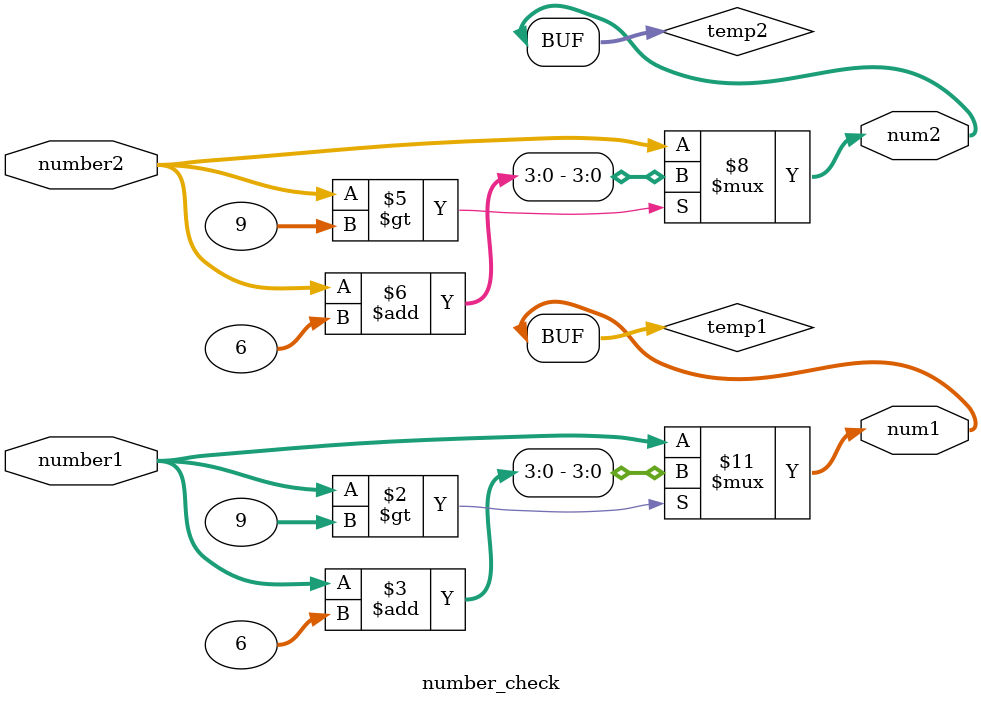
<source format=v>
`timescale 1ns / 1ps

module number_check(number1,number2,num1,num2);
input [3:0] number1,number2;
output [3:0] num1,num2;
reg [3:0] temp1,temp2;

always@(number1)
    if(number1 > 9)
        temp1<= number1 + 6;
     else
        temp1<= number1;
        
always@(number2)
    if(number2 > 9)
        temp2<= number2 + 6;
     else
        temp2<= number2;
 assign num1 = temp1;
 assign num2 = temp2;
endmodule

</source>
